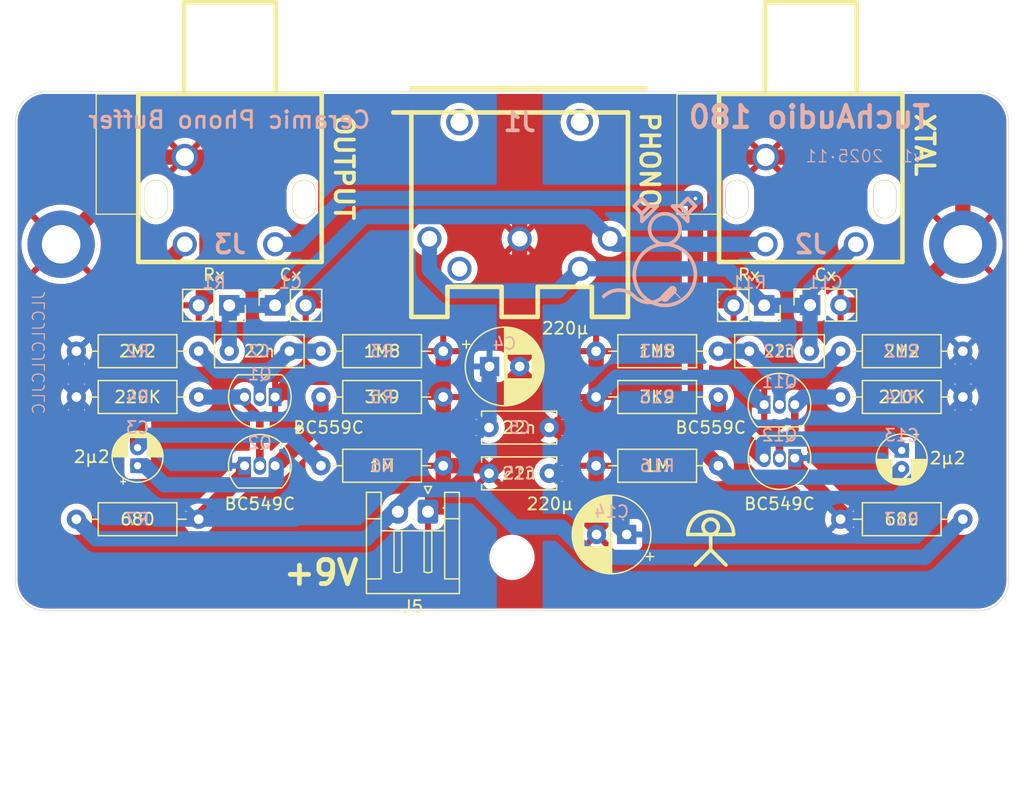
<source format=kicad_pcb>
(kicad_pcb (version 20240108) (generator "pcbnew") (generator_version "8.0")
  (title_block (title "TuchAudio 180 ceramic phono buffer") (date "2025-11-06") (rev "v1") (company "@zuiko21"))
  (layers (0 "F.Cu" signal) (31 "B.Cu" signal) (34 "B.Paste" user) (35 "F.Paste" user) (36 "B.SilkS" user "B.Silkscreen") (37 "F.SilkS" user "F.Silkscreen") (38 "B.Mask" user) (39 "F.Mask" user) (44 "Edge.Cuts" user))
  (net 0 "")
  (net 1 "GND")
  (net 2 "/IN")
  (net 3 "/IN'")
  (net 4 "/BIAS")
  (net 5 "/PWR_F")
  (net 6 "/BIAS'")
  (net 7 "+9V")
  (net 8 "/OUT")
  (net 9 "/PWR_F'")
  (net 10 "/E2'")
  (net 11 "/OUT'")
  (net 13 "/E1")
  (net 14 "/E2")
  (net 15 "/E1'")
  (footprint "Capacitor_THT:C_Rect_L7.2mm_W2.5mm_P5.00mm_FKS2_FKP2_MKS2_MKP2" (layer "F.Cu") (at 125.73 57.15)
    (property "Reference" "C2")
    (property "Value" "22n")
  )
  (footprint "MountingHole:MountingHole_3.2mm_M3_DIN965_Pad" (layer "F.Cu") (at 186.69 48.26)
    (property "Reference" "H2" (hide yes))
    (property "Value" "MountingHole_Pad" (hide yes))
  )
  (footprint "Connector_PinSocket_2.54mm:PinSocket_1x02_P2.54mm_Vertical" (layer "F.Cu") (at 125.73 53.34 -90)
    (property "Reference" "R1")
    (property "Value" "Rx")
  )
  (footprint "durango:2xRCA_vertical" (layer "F.Cu") (at 179.13 35.76 180)
    (property "Reference" "J2")
    (property "Value" "XTAL")
  )
  (footprint "durango:2xRCA_vertical" (layer "F.Cu") (at 130.87 35.76 180)
    (property "Reference" "J3")
    (property "Value" "OUTPUT")
  )
  (footprint "Capacitor_THT:C_Disc_D6.0mm_W2.5mm_P5.00mm" (layer "F.Cu") (at 152.32 63.5 180)
    (property "Reference" "C5")
    (property "Value" "22n")
  )
  (footprint "Resistor_THT:R_Axial_DIN0207_L6.3mm_D2.5mm_P10.16mm_Horizontal" (layer "F.Cu") (at 123.19 71.12 180)
    (property "Reference" "R7")
    (property "Value" "680")
  )
  (footprint "Resistor_THT:R_Axial_DIN0207_L6.3mm_D2.5mm_P10.16mm_Horizontal" (layer "F.Cu") (at 113.03 57.15)
    (property "Reference" "R2")
    (property "Value" "2M2")
  )
  (footprint "Resistor_THT:R_Axial_DIN0207_L6.3mm_D2.5mm_P10.16mm_Horizontal" (layer "F.Cu") (at 133.35 57.15)
    (property "Reference" "R3")
    (property "Value" "1M8")
  )
  (footprint "Connector_PinSocket_2.54mm:PinSocket_1x02_P2.54mm_Vertical" (layer "F.Cu") (at 170.18 53.34 -90)
    (property "Reference" "R11")
    (property "Value" "Rx")
  )
  (footprint "Resistor_THT:R_Axial_DIN0207_L6.3mm_D2.5mm_P10.16mm_Horizontal" (layer "F.Cu") (at 186.69 57.15 180)
    (property "Reference" "R12")
    (property "Value" "2M2")
  )
  (footprint "Resistor_THT:R_Axial_DIN0207_L6.3mm_D2.5mm_P10.16mm_Horizontal" (layer "F.Cu") (at 166.37 57.15 180)
    (property "Reference" "R13")
    (property "Value" "1M8")
  )
  (footprint "durango:DIN 5-180deg" (layer "F.Cu") (at 140.86 37.3)
    (property "Reference" "J1")
    (property "Value" "PHONO")
  )
  (footprint "Capacitor_THT:C_Disc_D6.0mm_W2.5mm_P5.00mm" (layer "F.Cu") (at 147.32 67.31)
    (property "Reference" "C15")
    (property "Value" "22n")
  )
  (footprint "Resistor_THT:R_Axial_DIN0207_L6.3mm_D2.5mm_P10.16mm_Horizontal" (layer "F.Cu") (at 113.03 60.96)
    (property "Reference" "R4")
    (property "Value" "220K")
  )
  (footprint "Capacitor_THT:CP_Radial_D6.3mm_P2.50mm" (layer "F.Cu") (at 158.75 72.39 180)
    (property "Reference" "C14")
    (property "Value" "220µ")
  )
  (footprint "MountingHole:MountingHole_3.2mm_M3_DIN965_Pad" (layer "F.Cu") (at 111.76 48.26)
    (property "Reference" "H1" (hide yes))
    (property "Value" "MountingHole_Pad" (hide yes))
  )
  (footprint "Package_TO_SOT_THT:TO-92_Inline" (layer "F.Cu") (at 127 66.675)
    (property "Reference" "Q2")
    (property "Value" "BC549C")
  )
  (footprint "Resistor_THT:R_Axial_DIN0207_L6.3mm_D2.5mm_P10.16mm_Horizontal" (layer "F.Cu") (at 186.69 60.96 180)
    (property "Reference" "R14")
    (property "Value" "220K")
  )
  (footprint "Package_TO_SOT_THT:TO-92_Inline" (layer "F.Cu") (at 170.18 61.595)
    (property "Reference" "Q11")
    (property "Value" "BC559C")
  )
  (footprint "Resistor_THT:R_Axial_DIN0207_L6.3mm_D2.5mm_P10.16mm_Horizontal" (layer "F.Cu") (at 133.35 60.96)
    (property "Reference" "R5")
    (property "Value" "3K9")
  )
  (footprint "MountingHole:MountingHole_3.2mm_M3" (layer "F.Cu") (at 149.225 74.295)
    (property "Reference" "H3" (hide yes))
    (property "Value" "MountingHole" (hide yes))
  )
  (footprint "Resistor_THT:R_Axial_DIN0207_L6.3mm_D2.5mm_P10.16mm_Horizontal" (layer "F.Cu") (at 166.37 60.96 180)
    (property "Reference" "R15")
    (property "Value" "3K9")
  )
  (footprint "Resistor_THT:R_Axial_DIN0207_L6.3mm_D2.5mm_P10.16mm_Horizontal" (layer "F.Cu") (at 133.35 66.675)
    (property "Reference" "R6")
    (property "Value" "1M")
  )
  (footprint "Connector_PinSocket_2.54mm:PinSocket_1x02_P2.54mm_Vertical" (layer "F.Cu") (at 129.54 53.34 90)
    (property "Reference" "C1")
    (property "Value" "Cx")
  )
  (footprint "Capacitor_THT:CP_Radial_D6.3mm_P2.50mm" (layer "F.Cu") (at 147.36 58.42)
    (property "Reference" "C4")
    (property "Value" "220µ")
  )
  (footprint "Resistor_THT:R_Axial_DIN0207_L6.3mm_D2.5mm_P10.16mm_Horizontal" (layer "F.Cu") (at 176.53 71.12)
    (property "Reference" "R17")
    (property "Value" "680")
  )
  (footprint "Connector_JST:JST_EH_S2B-EH_1x02_P2.50mm_Horizontal" (layer "F.Cu") (at 142.24 70.4925 180)
    (property "Reference" "J5")
    (property "Value" "+9V")
  )
  (footprint "Capacitor_THT:CP_Radial_D4.0mm_P1.50mm" (layer "F.Cu") (at 118.11 66.675 90)
    (property "Reference" "C3")
    (property "Value" "2µ2")
  )
  (footprint "Resistor_THT:R_Axial_DIN0207_L6.3mm_D2.5mm_P10.16mm_Horizontal" (layer "F.Cu") (at 166.37 66.675 180)
    (property "Reference" "R16")
    (property "Value" "1M")
  )
  (footprint "Package_TO_SOT_THT:TO-92_Inline" (layer "F.Cu") (at 172.72 66.04 180)
    (property "Reference" "Q12")
    (property "Value" "BC549C")
  )
  (footprint "Package_TO_SOT_THT:TO-92_Inline" (layer "F.Cu") (at 129.54 60.96 180)
    (property "Reference" "Q1")
    (property "Value" "BC559C")
  )
  (footprint "Capacitor_THT:CP_Radial_D4.0mm_P1.50mm" (layer "F.Cu") (at 181.61 65.405 -90)
    (property "Reference" "C13")
    (property "Value" "2µ2")
  )
  (footprint "Capacitor_THT:C_Rect_L7.2mm_W2.5mm_P5.00mm_FKS2_FKP2_MKS2_MKP2" (layer "F.Cu") (at 173.95 57.15 180)
    (property "Reference" "C12")
    (property "Value" "22n")
  )
  (footprint "Connector_PinSocket_2.54mm:PinSocket_1x02_P2.54mm_Vertical" (layer "F.Cu") (at 173.99 53.315 90)
    (property "Reference" "C11")
    (property "Value" "Cx")
  )
  (gr_line (start 161.925 52.705) (end 162.56 52.07) (stroke (width 0.7) (type dash_dot_dot)) (layer "B.SilkS"))
  (gr_line (start 162.56 52.07) (end 163.195 52.705) (stroke (width 0.1)) (layer "B.SilkS"))
  (gr_line (start 164.465 45.085) (end 163.83 44.45) (stroke (width 0.3)) (layer "B.SilkS"))
  (gr_line (start 163.195 45.72) (end 163.83 46.355) (stroke (width 0.3)) (layer "B.SilkS"))
  (gr_arc (start 161.871746 52.540356) (mid 160.640283 53.099589) (end 159.385 52.596051) (stroke (width 0.3)) (layer "B.SilkS"))
  (gr_circle (center 161.925 50.8) (end 164.465 50.8) (stroke (width 0.3)) (fill none) (layer "B.SilkS"))
  (gr_line (start 159.385 45.085) (end 160.02 44.45) (stroke (width 0.3)) (layer "B.SilkS"))
  (gr_line (start 163.195 45.085) (end 163.83 45.72) (stroke (width 0.3)) (layer "B.SilkS"))
  (gr_line (start 162.56 45.085) (end 163.195 45.72) (stroke (width 0.3)) (layer "B.SilkS"))
  (gr_line (start 160.02 45.72) (end 160.02 46.355) (stroke (width 0.3)) (layer "B.SilkS"))
  (gr_line (start 160.02 45.72) (end 159.385 45.085) (stroke (width 0.3)) (layer "B.SilkS"))
  (gr_line (start 163.195 45.085) (end 162.56 45.085) (stroke (width 0.3)) (layer "B.SilkS"))
  (gr_line (start 160.02 46.355) (end 161.29 45.085) (stroke (width 0.3)) (layer "B.SilkS"))
  (gr_line (start 163.83 46.355) (end 163.83 45.72) (stroke (width 0.3)) (layer "B.SilkS"))
  (gr_line (start 163.83 44.45) (end 163.195 45.085) (stroke (width 0.3)) (layer "B.SilkS"))
  (gr_circle (center 161.925 46.99) (end 163.195 46.99) (stroke (width 0.3)) (fill none) (layer "B.SilkS"))
  (gr_line (start 163.83 45.72) (end 164.465 45.085) (stroke (width 0.3)) (layer "B.SilkS"))
  (gr_line (start 160.02 44.45) (end 160.655 45.085) (stroke (width 0.3)) (layer "B.SilkS"))
  (gr_arc (start 156.845 52.596051) (mid 158.115 52.07) (end 159.385 52.596051) (stroke (width 0.3)) (layer "B.SilkS"))
  (gr_line (start 161.29 45.085) (end 160.655 45.085) (stroke (width 0.3)) (layer "B.SilkS"))
  (gr_line (start 160.655 45.085) (end 160.02 45.72) (stroke (width 0.3)) (layer "B.SilkS"))
  (gr_line (start 165.735 72.39) (end 165.735 73.66) (stroke (width 0.3)) (layer "F.SilkS"))
  (gr_line (start 163.83 72.39) (end 167.64 72.39) (stroke (width 0.3)) (layer "F.SilkS"))
  (gr_line (start 165.735 73.66) (end 167.005 74.93) (stroke (width 0.3)) (layer "F.SilkS"))
  (gr_line (start 165.735 73.66) (end 164.465 74.93) (stroke (width 0.3)) (layer "F.SilkS"))
  (gr_arc (start 163.83 72.39) (mid 165.735 70.485) (end 167.64 72.39) (stroke (width 0.3)) (layer "F.SilkS"))
  (gr_circle (center 165.735 71.755) (end 166.37 71.755) (stroke (width 0.3)) (fill none) (layer "F.SilkS"))
  (gr_line (start 190.5 76.2) (end 190.5 38.1) (stroke (width 0.05)) (layer "Edge.Cuts"))
  (gr_line (start 110.49 78.74) (end 187.96 78.74) (stroke (width 0.05)) (layer "Edge.Cuts"))
  (gr_line (start 107.95 38.1) (end 107.95 76.2) (stroke (width 0.05)) (layer "Edge.Cuts"))
  (gr_arc (start 107.95 38.1) (mid 108.693949 36.303949) (end 110.49 35.56) (stroke (width 0.05)) (layer "Edge.Cuts"))
  (gr_arc (start 190.5 76.2) (mid 189.756051 77.996051) (end 187.96 78.74) (stroke (width 0.05)) (layer "Edge.Cuts"))
  (gr_arc (start 187.96 35.56) (mid 189.756051 36.303949) (end 190.5 38.1) (stroke (width 0.05)) (layer "Edge.Cuts"))
  (gr_arc (start 110.49 78.74) (mid 108.693949 77.996051) (end 107.95 76.2) (stroke (width 0.05)) (layer "Edge.Cuts"))
  (gr_line (start 110.49 35.56) (end 187.96 35.56) (stroke (width 0.05)) (layer "Edge.Cuts"))
  (gr_text "JLCJLCJLCJLC" (at 110.49 52.07 90) (layer "B.SilkS") (effects (font (size 1 1) (thickness 0.1)) (justify left bottom mirror)))
  (gr_text "TuchAudio 180" (at 184.15 38.735 0) (layer "B.SilkS") (effects (font (size 1.8 1.8) (thickness 0.36) (bold yes)) (justify left bottom mirror)))
  (gr_text "v1  2025·11" (at 183.388 41.529 0) (layer "B.SilkS") (effects (font (size 1 1) (thickness 0.1)) (justify left bottom mirror)))
  (gr_text "Ceramic Phono Buffer" (at 125.73 38.735 0) (layer "B.SilkS") (effects (font (size 1.4 1.4) (thickness 0.24) (bold yes)) (justify bottom mirror)))
  (segment (start 156.21 57.15) (end 156.21 60.96) (width 1.27) (layer "F.Cu") (net 1))
  (segment (start 143.51 66.675) (end 146.685 66.675) (width 1.27) (layer "F.Cu") (net 1))
  (segment (start 135.255 41.01) (end 149.225 41.01) (width 1.27) (layer "F.Cu") (net 1))
  (segment (start 150.495 41.01) (end 151.13 41.01) (width 1.27) (layer "F.Cu") (net 1))
  (segment (start 151.13 41.01) (end 153.67 41.01) (width 1.27) (layer "F.Cu") (net 1))
  (segment (start 166.085 41.93) (end 167.005 41.01) (width 1.27) (layer "F.Cu") (net 1))
  (segment (start 143.51 57.15) (end 143.51 66.675) (width 1.27) (layer "F.Cu") (net 1))
  (segment (start 166.085 43.815) (end 166.085 51.785) (width 1.27) (layer "F.Cu") (net 1))
  (segment (start 166.085 41.36) (end 165.735 41.01) (width 1.27) (layer "F.Cu") (net 1))
  (segment (start 153.67 63.5) (end 156.21 60.96) (width 1.27) (layer "F.Cu") (net 1))
  (segment (start 133.755 41.24) (end 133.985 41.01) (width 1.27) (layer "F.Cu") (net 1))
  (segment (start 132.08 41.01) (end 133.985 41.01) (width 1.27) (layer "F.Cu") (net 1))
  (segment (start 166.085 43.815) (end 166.085 42.545) (width 1.27) (layer "F.Cu") (net 1))
  (segment (start 166.085 51.785) (end 167.64 53.34) (width 1.27) (layer "F.Cu") (net 1))
  (segment (start 156.21 60.96) (end 156.21 66.675) (width 1.27) (layer "F.Cu") (net 1))
  (segment (start 170.3 41.01) (end 183.399797 41.01) (width 1.27) (layer "F.Cu") (net 1))
  (segment (start 170.3 41.01) (end 167.005 41.01) (width 1.27) (layer "F.Cu") (net 1))
  (segment (start 149.86 41.645) (end 150.495 41.01) (width 1.27) (layer "F.Cu") (net 1))
  (segment (start 135.255 41.01) (end 134.655 41.01) (width 1.27) (layer "F.Cu") (net 1))
  (segment (start 165.735 41.01) (end 165.1 41.01) (width 1.27) (layer "F.Cu") (net 1))
  (segment (start 166.02 41.93) (end 165.1 41.01) (width 1.27) (layer "F.Cu") (net 1))
  (segment (start 143.51 66.675) (end 143.51 69.2225) (width 1.27) (layer "F.Cu") (net 1))
  (segment (start 131.265 59.325) (end 129.63 60.96) (width 1.27) (layer "F.Cu") (net 1))
  (segment (start 166.085 41.93) (end 166.02 41.93) (width 1.27) (layer "F.Cu") (net 1))
  (segment (start 143.51 69.2225) (end 142.24 70.4925) (width 1.27) (layer "F.Cu") (net 1))
  (segment (start 132.08 41.01) (end 132.855 41.01) (width 1.27) (layer "F.Cu") (net 1))
  (segment (start 123.875 42.845) (end 123.875 52.655) (width 1.27) (layer "F.Cu") (net 1))
  (segment (start 133.755 45.085) (end 133.755 41.91) (width 1.27) (layer "F.Cu") (net 1))
  (segment (start 141.875 59.325) (end 131.265 59.325) (width 1.27) (layer "F.Cu") (net 1))
  (segment (start 156.21 72.35) (end 156.25 72.39) (width 1.27) (layer "F.Cu") (net 1))
  (segment (start 131.656798 41.01) (end 122.04 41.01) (width 1.27) (layer "F.Cu") (net 1))
  (segment (start 165.1 41.01) (end 158.115 41.01) (width 1.27) (layer "F.Cu") (net 1))
  (segment (start 131.656798 41.01) (end 132.08 41.01) (width 1.27) (layer "F.Cu") (net 1))
  (segment (start 149.86 47.8) (end 149.86 41.645) (width 1.27) (layer "F.Cu") (net 1))
  (segment (start 143.51 60.96) (end 141.875 59.325) (width 1.27) (layer "F.Cu") (net 1))
  (segment (start 151.13 63.5) (end 147.32 67.31) (width 1.27) (layer "F.Cu") (net 1))
  (segment (start 149.86 47.8) (end 149.86 58.42) (width 1.27) (layer "F.Cu") (net 1))
  (segment (start 123.875 52.655) (end 123.19 53.34) (width 1.27) (layer "F.Cu") (net 1))
  (segment (start 156.21 66.675) (end 156.21 72.35) (width 1.27) (layer "F.Cu") (net 1))
  (segment (start 152.32 63.5) (end 153.67 63.5) (width 1.27) (layer "F.Cu") (net 1))
  (segment (start 132.08 53.34) (end 133.755 51.665) (width 1.27) (layer "F.Cu") (net 1))
  (segment (start 134.655 41.01) (end 133.755 41.91) (width 1.27) (layer "F.Cu") (net 1))
  (segment (start 166.37 41.01) (end 165.735 41.01) (width 1.27) (layer "F.Cu") (net 1))
  (segment (start 186.69 44.300203) (end 186.69 48.26) (width 1.27) (layer "F.Cu") (net 1))
  (segment (start 152.32 63.5) (end 151.13 63.5) (width 1.27) (layer "F.Cu") (net 1))
  (segment (start 149.86 58.42) (end 149.86 61.04) (width 1.27) (layer "F.Cu") (net 1))
  (segment (start 166.085 42.545) (end 166.085 41.93) (width 1.27) (layer "F.Cu") (net 1))
  (segment (start 167.005 41.01) (end 166.37 41.01) (width 1.27) (layer "F.Cu") (net 1))
  (segment (start 133.755 51.665) (end 133.755 45.085) (width 1.27) (layer "F.Cu") (net 1))
  (segment (start 183.399797 41.01) (end 186.69 44.300203) (width 1.27) (layer "F.Cu") (net 1))
  (segment (start 181.635 53.315) (end 186.69 48.26) (width 1.27) (layer "F.Cu") (net 1))
  (segment (start 149.86 41.645) (end 149.225 41.01) (width 1.27) (layer "F.Cu") (net 1))
  (segment (start 153.67 41.01) (end 158.115 41.01) (width 1.27) (layer "F.Cu") (net 1))
  (segment (start 119.01 41.01) (end 122.04 41.01) (width 1.27) (layer "F.Cu") (net 1))
  (segment (start 146.685 66.675) (end 147.32 67.31) (width 1.27) (layer "F.Cu") (net 1))
  (segment (start 166.085 42.545) (end 166.085 41.36) (width 1.27) (layer "F.Cu") (net 1))
  (segment (start 133.755 41.91) (end 133.755 41.24) (width 1.27) (layer "F.Cu") (net 1))
  (segment (start 132.855 41.01) (end 133.755 41.91) (width 1.27) (layer "F.Cu") (net 1))
  (segment (start 176.53 53.315) (end 181.635 53.315) (width 1.27) (layer "F.Cu") (net 1))
  (segment (start 133.985 41.01) (end 135.255 41.01) (width 1.27) (layer "F.Cu") (net 1))
  (segment (start 122.04 41.01) (end 123.875 42.845) (width 1.27) (layer "F.Cu") (net 1))
  (segment (start 111.76 48.26) (end 119.01 41.01) (width 1.27) (layer "F.Cu") (net 1))
  (segment (start 149.225 41.01) (end 151.13 41.01) (width 1.27) (layer "F.Cu") (net 1))
  (segment (start 149.86 61.04) (end 152.32 63.5) (width 1.27) (layer "F.Cu") (net 1))
  (segment (start 167.82 59.325) (end 170.09 61.595) (width 1.27) (layer "B.Cu") (net 1))
  (segment (start 156.21 60.96) (end 157.845 59.325) (width 1.27) (layer "B.Cu") (net 1))
  (segment (start 157.845 59.325) (end 167.82 59.325) (width 1.27) (layer "B.Cu") (net 1))
  (segment (start 136.915 45.965) (end 155.525 45.965) (width 1.27) (layer "B.Cu") (net 2))
  (segment (start 125.73 57.15) (end 125.73 53.34) (width 1.27) (layer "B.Cu") (net 2))
  (segment (start 129.54 53.34) (end 136.915 45.965) (width 1.27) (layer "B.Cu") (net 2))
  (segment (start 129.54 53.34) (end 125.73 53.34) (width 1.27) (layer "B.Cu") (net 2))
  (segment (start 157.82 48.26) (end 157.36 47.8) (width 1.27) (layer "B.Cu") (net 2))
  (segment (start 155.525 45.965) (end 157.36 47.8) (width 1.27) (layer "B.Cu") (net 2))
  (segment (start 170.3 48.26) (end 157.82 48.26) (width 1.27) (layer "B.Cu") (net 2))
  (segment (start 173.99 52.07) (end 177.8 48.26) (width 1.27) (layer "B.Cu") (net 3))
  (segment (start 170.18 53.34) (end 173.965 53.34) (width 1.27) (layer "B.Cu") (net 3))
  (segment (start 144.099918 52.135) (end 153.025 52.135) (width 1.27) (layer "B.Cu") (net 3))
  (segment (start 173.99 53.315) (end 173.99 52.07) (width 1.27) (layer "B.Cu") (net 3))
  (segment (start 173.99 57.11) (end 173.95 57.15) (width 1.27) (layer "B.Cu") (net 3))
  (segment (start 173.965 53.34) (end 173.99 53.315) (width 1.27) (layer "B.Cu") (net 3))
  (segment (start 173.99 53.34) (end 173.99 52.07) (width 0.635) (layer "B.Cu") (net 3))
  (segment (start 173.99 53.34) (end 173.99 57.11) (width 0.635) (layer "B.Cu") (net 3))
  (segment (start 167.14 50.3) (end 170.18 53.34) (width 1.27) (layer "B.Cu") (net 3))
  (segment (start 170.18 53.34) (end 173.99 53.34) (width 0.635) (layer "B.Cu") (net 3))
  (segment (start 153.025 52.135) (end 154.86 50.3) (width 1.27) (layer "B.Cu") (net 3))
  (segment (start 142.36 47.8) (end 142.36 50.395082) (width 1.27) (layer "B.Cu") (net 3))
  (segment (start 142.36 50.395082) (end 144.099918 52.135) (width 1.27) (layer "B.Cu") (net 3))
  (segment (start 173.99 53.315) (end 173.99 57.11) (width 1.27) (layer "B.Cu") (net 3))
  (segment (start 154.86 50.3) (end 167.14 50.3) (width 1.27) (layer "B.Cu") (net 3))
  (segment (start 123.19 57.15) (end 124.825 58.785) (width 1.27) (layer "B.Cu") (net 4))
  (segment (start 128.27 60.96) (end 128.27 59.69) (width 1) (layer "B.Cu") (net 4))
  (segment (start 129.5 58.38) (end 130.73 57.15) (width 0.635) (layer "B.Cu") (net 4))
  (segment (start 129.4125 58.4675) (end 129.5 58.38) (width 0.635) (layer "B.Cu") (net 4))
  (segment (start 130.73 57.15) (end 132.08 57.15) (width 1.27) (layer "B.Cu") (net 4))
  (segment (start 128.905 58.4675) (end 129.4125 58.4675) (width 0.635) (layer "B.Cu") (net 4))
  (segment (start 124.825 58.785) (end 126.365 58.785) (width 1.27) (layer "B.Cu") (net 4))
  (segment (start 130.73 57.15) (end 133.35 57.15) (width 1.27) (layer "B.Cu") (net 4))
  (segment (start 128.27 59.61) (end 128.27 59.69) (width 1.27) (layer "B.Cu") (net 4))
  (segment (start 128.27 59.69) (end 128.27 59.1025) (width 1) (layer "B.Cu") (net 4))
  (segment (start 129.095 58.785) (end 130.73 57.15) (width 1.27) (layer "B.Cu") (net 4))
  (segment (start 128.27 59.1025) (end 127.635 58.4675) (width 0.635) (layer "B.Cu") (net 4))
  (segment (start 126.365 58.785) (end 129.095 58.785) (width 1.27) (layer "B.Cu") (net 4))
  (segment (start 123.19 57.15) (end 124.5075 58.4675) (width 0.635) (layer "B.Cu") (net 4))
  (segment (start 129.5 58.38) (end 128.27 59.61) (width 1.27) (layer "B.Cu") (net 4))
  (segment (start 127.365 58.785) (end 126.365 58.785) (width 1.27) (layer "B.Cu") (net 4))
  (segment (start 124.5075 58.4675) (end 127.635 58.4675) (width 0.635) (layer "B.Cu") (net 4))
  (segment (start 128.27 59.69) (end 127.365 58.785) (width 1.27) (layer "B.Cu") (net 4))
  (segment (start 123.19 71.12) (end 126.91 67.4) (width 1.27) (layer "F.Cu") (net 5))
  (segment (start 126.91 67.4) (end 126.91 66.675) (width 1.27) (layer "F.Cu") (net 5))
  (segment (start 147.32 58.46) (end 147.36 58.42) (width 1.27) (layer "B.Cu") (net 5))
  (segment (start 147.32 63.5) (end 147.32 58.46) (width 1.27) (layer "B.Cu") (net 5))
  (segment (start 123.19 71.12) (end 119.685 71.12) (width 1.27) (layer "B.Cu") (net 5))
  (segment (start 113.03 64.465) (end 113.03 60.96) (width 1.27) (layer "B.Cu") (net 5))
  (segment (start 113.03 57.15) (end 113.03 60.96) (width 1.27) (layer "B.Cu") (net 5))
  (segment (start 147.32 63.5) (end 138.83724 63.5) (width 1.27) (layer "B.Cu") (net 5))
  (segment (start 131.21724 71.12) (end 123.19 71.12) (width 1.27) (layer "B.Cu") (net 5))
  (segment (start 119.685 71.12) (end 113.03 64.465) (width 1.27) (layer "B.Cu") (net 5))
  (segment (start 138.83724 63.5) (end 131.21724 71.12) (width 1.27) (layer "B.Cu") (net 5))
  (segment (start 171.45 58.4675) (end 172.085 58.4675) (width 0.635) (layer "B.Cu") (net 6))
  (segment (start 173.99 58.785) (end 174.895 58.785) (width 1.27) (layer "B.Cu") (net 6))
  (segment (start 170.2 58.4) (end 170.585 58.785) (width 1.27) (layer "B.Cu") (net 6))
  (segment (start 171.45 61.595) (end 171.45 60.325) (width 1) (layer "B.Cu") (net 6))
  (segment (start 170.815 58.4675) (end 171.45 58.4675) (width 0.635) (layer "B.Cu") (net 6))
  (segment (start 172.085 58.4675) (end 172.0375 58.4675) (width 0.635) (layer "B.Cu") (net 6))
  (segment (start 168.95 57.15) (end 170.2675 58.4675) (width 0.635) (layer "B.Cu") (net 6))
  (segment (start 170.585 58.785) (end 171.45 58.785) (width 1.27) (layer "B.Cu") (net 6))
  (segment (start 171.45 60.325) (end 171.45 58.785) (width 0.635) (layer "B.Cu") (net 6))
  (segment (start 170.815 58.4675) (end 170.8625 58.4675) (width 0.635) (layer "B.Cu") (net 6))
  (segment (start 175.2125 58.4675) (end 176.53 57.15) (width 0.635) (layer "B.Cu") (net 6))
  (segment (start 171.45 58.785) (end 173.99 58.785) (width 1.27) (layer "B.Cu") (net 6))
  (segment (start 170.2675 58.4675) (end 170.815 58.4675) (width 0.635) (layer "B.Cu") (net 6))
  (segment (start 172.99 58.785) (end 171.45 60.325) (width 1.27) (layer "B.Cu") (net 6))
  (segment (start 173.99 58.785) (end 172.99 58.785) (width 1.27) (layer "B.Cu") (net 6))
  (segment (start 171.45 59.65) (end 171.45 60.325) (width 1.27) (layer "B.Cu") (net 6))
  (segment (start 168.95 57.15) (end 166.37 57.15) (width 1.27) (layer "B.Cu") (net 6))
  (segment (start 174.895 58.785) (end 176.53 57.15) (width 1.27) (layer "B.Cu") (net 6))
  (segment (start 172.085 58.4675) (end 175.2125 58.4675) (width 0.635) (layer "B.Cu") (net 6))
  (segment (start 170.2 58.4) (end 171.45 59.65) (width 1.27) (layer "B.Cu") (net 6))
  (segment (start 168.95 57.15) (end 170.2 58.4) (width 1.27) (layer "B.Cu") (net 6))
  (segment (start 153.32776 71.78) (end 155.84276 74.295) (width 1.27) (layer "B.Cu") (net 7))
  (segment (start 149.47776 71.78) (end 153.32776 71.78) (width 1.27) (layer "B.Cu") (net 7))
  (segment (start 137.08615 72.755) (end 141.18365 68.6575) (width 1.27) (layer "B.Cu") (net 7))
  (segment (start 114.665 72.755) (end 137.08615 72.755) (width 1.27) (layer "B.Cu") (net 7))
  (segment (start 146.35526 68.6575) (end 149.47776 71.78) (width 1.27) (layer "B.Cu") (net 7))
  (segment (start 113.03 71.12) (end 114.665 72.755) (width 1.27) (layer "B.Cu") (net 7))
  (segment (start 141.18365 68.6575) (end 146.35526 68.6575) (width 1.27) (layer "B.Cu") (net 7))
  (segment (start 183.515 74.295) (end 186.69 71.12) (width 1.27) (layer "B.Cu") (net 7))
  (segment (start 155.84276 74.295) (end 183.515 74.295) (width 1.27) (layer "B.Cu") (net 7))
  (segment (start 122.04 48.26) (end 118.11 52.19) (width 1.27) (layer "F.Cu") (net 8))
  (segment (start 118.11 52.19) (end 118.11 65.175) (width 1.27) (layer "F.Cu") (net 8))
  (segment (start 119.15 64.135) (end 118.11 65.175) (width 1.27) (layer "B.Cu") (net 8))
  (segment (start 133.35 66.675) (end 130.81 64.135) (width 1.27) (layer "B.Cu") (net 8))
  (segment (start 130.81 64.135) (end 119.15 64.135) (width 1.27) (layer "B.Cu") (net 8))
  (segment (start 176.53 71.12) (end 176.53 70.485) (width 1.27) (layer "F.Cu") (net 9))
  (segment (start 176.53 70.485) (end 172.81 66.765) (width 1.27) (layer "F.Cu") (net 9))
  (segment (start 172.81 66.765) (end 172.81 66.04) (width 1.27) (layer "F.Cu") (net 9))
  (segment (start 153.67 67.31) (end 158.75 72.39) (width 1.27) (layer "B.Cu") (net 9))
  (segment (start 186.69 57.15) (end 186.69 60.96) (width 1.27) (layer "B.Cu") (net 9))
  (segment (start 152.32 67.31) (end 153.67 67.31) (width 1.27) (layer "B.Cu") (net 9))
  (segment (start 176.53 71.12) (end 179.473894 71.12) (width 1.27) (layer "B.Cu") (net 9))
  (segment (start 179.473894 71.12) (end 186.69 63.903894) (width 1.27) (layer "B.Cu") (net 9))
  (segment (start 186.69 63.903894) (end 186.69 60.96) (width 1.27) (layer "B.Cu") (net 9))
  (segment (start 166.37 62.32) (end 170.09 66.04) (width 1.27) (layer "F.Cu") (net 10))
  (segment (start 166.37 60.96) (end 166.37 62.32) (width 1.27) (layer "F.Cu") (net 10))
  (segment (start 170.495 64.455) (end 170.09 64.86) (width 1.27) (layer "B.Cu") (net 10))
  (segment (start 170.09 64.86) (end 170.09 66.04) (width 1.27) (layer "B.Cu") (net 10))
  (segment (start 180.66 64.455) (end 170.495 64.455) (width 1.27) (layer "B.Cu") (net 10))
  (segment (start 181.61 65.405) (end 180.66 64.455) (width 1.27) (layer "B.Cu") (net 10))
  (segment (start 166.37 66.675) (end 164.465 64.77) (width 1.27) (layer "F.Cu") (net 11))
  (segment (start 164.465 64.77) (end 164.465 44.45) (width 1.27) (layer "F.Cu") (net 11))
  (via (at 164.465 44.45) (size 0.6) (drill 0.3) (layers "F.Cu" "B.Cu") (net 11))
  (segment (start 167.32 67.625) (end 166.37 66.675) (width 1.27) (layer "B.Cu") (net 11))
  (segment (start 131.406798 48.26) (end 129.54 48.26) (width 1.27) (layer "B.Cu") (net 11))
  (segment (start 164.465 44.45) (end 135.216798 44.45) (width 1.27) (layer "B.Cu") (net 11))
  (segment (start 180.89 67.625) (end 167.32 67.625) (width 1.27) (layer "B.Cu") (net 11))
  (segment (start 181.61 66.905) (end 180.89 67.625) (width 1.27) (layer "B.Cu") (net 11))
  (segment (start 135.216798 44.45) (end 131.406798 48.26) (width 1.27) (layer "B.Cu") (net 11))
  (segment (start 128.27 62.659318) (end 127 61.389318) (width 0.635) (layer "F.Cu") (net 13))
  (segment (start 127 61.389318) (end 127 60.96) (width 0.635) (layer "F.Cu") (net 13))
  (segment (start 128.27 66.675) (end 128.27 62.659318) (width 0.635) (layer "F.Cu") (net 13))
  (segment (start 123.19 60.96) (end 126.91 60.96) (width 1.27) (layer "B.Cu") (net 13))
  (segment (start 133.35 62.955) (end 129.63 66.675) (width 1.27) (layer "F.Cu") (net 14))
  (segment (start 133.35 60.96) (end 133.35 62.955) (width 1.27) (layer "F.Cu") (net 14))
  (segment (start 118.745 66.675) (end 120.33 68.26) (width 1.27) (layer "B.Cu") (net 14))
  (segment (start 118.11 66.675) (end 118.745 66.675) (width 1.27) (layer "B.Cu") (net 14))
  (segment (start 129.225 68.26) (end 129.63 67.855) (width 1.27) (layer "B.Cu") (net 14))
  (segment (start 120.33 68.26) (end 129.225 68.26) (width 1.27) (layer "B.Cu") (net 14))
  (segment (start 129.63 67.855) (end 129.63 66.675) (width 1.27) (layer "B.Cu") (net 14))
  (segment (start 172.72 61.595) (end 172.72 63.68) (width 0.635) (layer "F.Cu") (net 15))
  (segment (start 172.72 63.68) (end 171.45 64.95) (width 0.635) (layer "F.Cu") (net 15))
  (segment (start 171.45 64.95) (end 171.45 66.04) (width 0.635) (layer "F.Cu") (net 15))
  (segment (start 176.53 60.96) (end 173.445 60.96) (width 1.27) (layer "B.Cu") (net 15))
  (segment (start 173.445 60.96) (end 172.81 61.595) (width 1.27) (layer "B.Cu") (net 15))
  (zone (net 1) (net_name "GND") (layer "F.Cu") (connect_pads (clearance 0.5)) (min_thickness 0.25) (fill yes (thermal_gap 0.5) (thermal_bridge_width 0.5))
    (polygon (pts (xy 106.68 34.29) (xy 191.77 34.29) (xy 191.77 93.98) (xy 106.68 93.98)))
  )
  (zone (net 9) (net_name "/PWR_F'") (layer "B.Cu") (priority 2) (connect_pads (clearance 0.5)) (min_thickness 0.25) (fill yes (thermal_gap 0.5) (thermal_bridge_width 0.5))
    (polygon (pts (xy 191.77 34.29) (xy 191.77 93.98) (xy 151.765 93.98) (xy 151.765 34.29)))
  )
  (zone (net 5) (net_name "/PWR_F") (layer "B.Cu") (priority 1) (connect_pads (clearance 0.5)) (min_thickness 0.25) (fill yes (thermal_gap 0.5) (thermal_bridge_width 0.5))
    (polygon (pts (xy 106.68 34.29) (xy 147.955 34.29) (xy 147.955 93.98) (xy 106.68 93.98)))
  )
)
</source>
